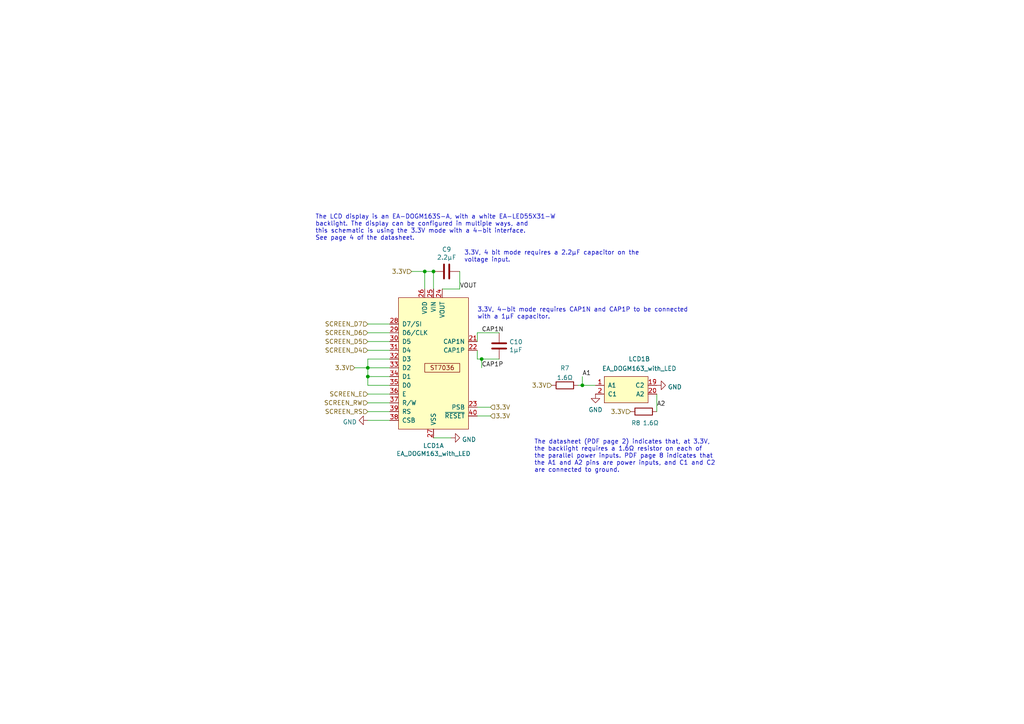
<source format=kicad_sch>
(kicad_sch (version 20210621) (generator eeschema)
  (paper "A4")
  (title_block (title "Wederian") (date "2021-10-24") (rev "0.2.0") (comment 1 "Mark Raynsford") (comment 2 "https://www.github.com/io7m/wederian"))
  (lib_symbols
    (symbol "Device:C" (pin_numbers hide) (pin_names (offset 0.254))
      (property "Reference" "C" (at 0.635 2.54 0))
      (property "Value" "C" (at 0.635 -2.54 0))
      (symbol "C_0_1"
        (polyline (pts (xy -2.032 -0.762) (xy 2.032 -0.762)) (stroke (width 0.508)))
        (polyline (pts (xy -2.032 0.762) (xy 2.032 0.762)) (stroke (width 0.508)))
      )
      (symbol "C_1_1"
        (pin passive line (at 0 3.81 270) (length 2.794) (name "~") (number "1"))
        (pin passive line (at 0 -3.81 90) (length 2.794) (name "~") (number "2"))
      )
    )
    (symbol "Device:R" (pin_numbers hide) (pin_names (offset 0))
      (property "Reference" "R" (at 2.032 0 90))
      (property "Value" "R" (at 0 0 90))
      (symbol "R_0_1"
        (rectangle (start -1.016 -2.54) (end 1.016 2.54) (stroke (width 0.254)))
      )
      (symbol "R_1_1"
        (pin passive line (at 0 3.81 270) (length 1.27) (name "~") (number "1"))
        (pin passive line (at 0 -3.81 90) (length 1.27) (name "~") (number "2"))
      )
    )
    (symbol "EA_Display:EA_DOGM163_with_LED" (pin_names (offset 1.016))
      (property "Reference" "LCD" (at -10.16 -19.05 0))
      (property "Value" "EA_DOGM163_with_LED" (at -10.16 -21.59 0))
      (symbol "EA_DOGM163_with_LED_1_0"
        (rectangle (start -2.54 1.27) (end 7.62 -1.27))
        (text "ST7036" (at 2.54 0 0) (effects (font (size 1.27 1.27))))
        (pin passive line (at 12.7 7.62 180) (length 2.54) (name "CAP1N") (number "21"))
        (pin passive line (at 12.7 5.08 180) (length 2.54) (name "CAP1P") (number "22"))
        (pin input line (at 12.7 -11.43 180) (length 2.54) (name "PSB") (number "23"))
        (pin power_in line (at 2.54 22.86 270) (length 2.54) (name "VOUT") (number "24"))
        (pin power_in line (at 0 22.86 270) (length 2.54) (name "VIN") (number "25"))
        (pin power_in line (at -2.54 22.86 270) (length 2.54) (name "VDD") (number "26"))
        (pin power_in line (at 0 -20.32 90) (length 2.54) (name "VSS") (number "27"))
        (pin bidirectional line (at -12.7 12.7 0) (length 2.54) (name "D7/SI") (number "28"))
        (pin bidirectional line (at -12.7 10.16 0) (length 2.54) (name "D6/CLK") (number "29"))
        (pin bidirectional line (at -12.7 7.62 0) (length 2.54) (name "D5") (number "30"))
        (pin bidirectional line (at -12.7 5.08 0) (length 2.54) (name "D4") (number "31"))
        (pin bidirectional line (at -12.7 2.54 0) (length 2.54) (name "D3") (number "32"))
        (pin bidirectional line (at -12.7 0 0) (length 2.54) (name "D2") (number "33"))
        (pin bidirectional line (at -12.7 -2.54 0) (length 2.54) (name "D1") (number "34"))
        (pin bidirectional line (at -12.7 -5.08 0) (length 2.54) (name "D0") (number "35"))
        (pin input line (at -12.7 -7.62 0) (length 2.54) (name "E") (number "36"))
        (pin input line (at -12.7 -10.16 0) (length 2.54) (name "R/W") (number "37"))
        (pin input line (at -12.7 -15.24 0) (length 2.54) (name "CSB") (number "38"))
        (pin input line (at -12.7 -12.7 0) (length 2.54) (name "RS") (number "39"))
        (pin input line (at 12.7 -13.97 180) (length 2.54) (name "~{RESET}") (number "40"))
      )
      (symbol "EA_DOGM163_with_LED_1_1"
        (rectangle (start -10.16 20.32) (end 10.16 -17.78) (fill (type background)))
      )
      (symbol "EA_DOGM163_with_LED_2_0"
        (pin passive line (at -8.89 1.27 0) (length 2.54) (name "A1") (number "1"))
        (pin passive line (at 8.89 1.27 180) (length 2.54) (name "C2") (number "19"))
        (pin passive line (at -8.89 -1.27 0) (length 2.54) (name "C1") (number "2"))
        (pin passive line (at 8.89 -1.27 180) (length 2.54) (name "A2") (number "20"))
      )
      (symbol "EA_DOGM163_with_LED_2_1"
        (rectangle (start -6.35 3.81) (end 6.35 -3.81) (fill (type background)))
      )
    )
    (symbol "power:GND" (power) (pin_names (offset 0))
      (property "Value" "GND" (at 0 -3.81 0))
      (symbol "GND_0_1"
        (polyline (pts (xy 0 0) (xy 0 -1.27) (xy 1.27 -1.27) (xy 0 -2.54) (xy -1.27 -1.27) (xy 0 -1.27)))
      )
      (symbol "GND_1_1"
        (pin power_in line (at 0 0 270) (length 0) hide (name "GND") (number "1"))
      )
    )
  )
  (junction (at 106.68 106.68))
  (junction (at 106.68 109.22))
  (junction (at 123.19 78.74))
  (junction (at 125.73 78.74))
  (junction (at 139.7 104.14))
  (junction (at 168.91 111.76))
  (wire (pts (xy 102.87 106.68) (xy 106.68 106.68)))
  (wire (pts (xy 106.68 93.98) (xy 113.03 93.98)))
  (wire (pts (xy 106.68 96.52) (xy 113.03 96.52)))
  (wire (pts (xy 106.68 99.06) (xy 113.03 99.06)))
  (wire (pts (xy 106.68 101.6) (xy 113.03 101.6)))
  (wire (pts (xy 106.68 104.14) (xy 113.03 104.14)))
  (wire (pts (xy 106.68 106.68) (xy 106.68 104.14)))
  (wire (pts (xy 106.68 109.22) (xy 106.68 106.68)))
  (wire (pts (xy 106.68 111.76) (xy 106.68 109.22)))
  (wire (pts (xy 106.68 114.3) (xy 113.03 114.3)))
  (wire (pts (xy 106.68 116.84) (xy 113.03 116.84)))
  (wire (pts (xy 106.68 119.38) (xy 113.03 119.38)))
  (wire (pts (xy 106.68 121.92) (xy 113.03 121.92)))
  (wire (pts (xy 113.03 106.68) (xy 106.68 106.68)))
  (wire (pts (xy 113.03 109.22) (xy 106.68 109.22)))
  (wire (pts (xy 113.03 111.76) (xy 106.68 111.76)))
  (wire (pts (xy 119.38 78.74) (xy 123.19 78.74)))
  (wire (pts (xy 123.19 78.74) (xy 123.19 83.82)))
  (wire (pts (xy 123.19 78.74) (xy 125.73 78.74)))
  (wire (pts (xy 125.73 78.74) (xy 125.73 83.82)))
  (wire (pts (xy 125.73 127) (xy 130.81 127)))
  (wire (pts (xy 133.35 78.74) (xy 133.35 83.82)))
  (wire (pts (xy 133.35 83.82) (xy 128.27 83.82)))
  (wire (pts (xy 138.43 96.52) (xy 144.78 96.52)))
  (wire (pts (xy 138.43 99.06) (xy 138.43 96.52)))
  (wire (pts (xy 138.43 104.14) (xy 138.43 101.6)))
  (wire (pts (xy 138.43 118.11) (xy 142.24 118.11)))
  (wire (pts (xy 138.43 120.65) (xy 142.24 120.65)))
  (wire (pts (xy 139.7 104.14) (xy 138.43 104.14)))
  (wire (pts (xy 139.7 104.14) (xy 139.7 106.68)))
  (wire (pts (xy 144.78 104.14) (xy 139.7 104.14)))
  (wire (pts (xy 167.64 111.76) (xy 168.91 111.76)))
  (wire (pts (xy 168.91 109.22) (xy 168.91 111.76)))
  (wire (pts (xy 168.91 111.76) (xy 172.72 111.76)))
  (wire (pts (xy 190.5 114.3) (xy 190.5 119.38)))
  (text "The LCD display is an EA-DOGM163S-A, with a white EA-LED55X31-W\nbacklight. The display can be configured in multiple ways, and\nthis schematic is using the 3.3V mode with a 4-bit interface.\nSee page 4 of the datasheet." (at 91.44 69.85 0) (effects (font (size 1.27 1.27)) (justify left bottom)))
  (text "3.3V, 4 bit mode requires a 2.2μF capacitor on the\nvoltage input." (at 134.62 76.2 0) (effects (font (size 1.27 1.27)) (justify left bottom)))
  (text "3.3V, 4-bit mode requires CAP1N and CAP1P to be connected\nwith a 1μF capacitor." (at 138.43 92.71 0) (effects (font (size 1.27 1.27)) (justify left bottom)))
  (text "The datasheet (PDF page 2) indicates that, at 3.3V, \nthe backlight requires a 1.6Ω resistor on each of \nthe parallel power inputs. PDF page 8 indicates that\nthe A1 and A2 pins are power inputs, and C1 and C2\nare connected to ground." (at 154.94 137.16 0) (effects (font (size 1.27 1.27)) (justify left bottom)))
  (label "VOUT" (at 133.35 83.82 0))
  (label "CAP1N" (at 139.7 96.52 0))
  (label "CAP1P" (at 139.7 106.68 0))
  (label "A1" (at 168.91 109.22 0))
  (label "A2" (at 190.5 118.11 0))
  (hierarchical_label "3.3V" (shape input) (at 102.87 106.68 180))
  (hierarchical_label "SCREEN_D7" (shape input) (at 106.68 93.98 180))
  (hierarchical_label "SCREEN_D6" (shape input) (at 106.68 96.52 180))
  (hierarchical_label "SCREEN_D5" (shape input) (at 106.68 99.06 180))
  (hierarchical_label "SCREEN_D4" (shape input) (at 106.68 101.6 180))
  (hierarchical_label "SCREEN_E" (shape input) (at 106.68 114.3 180))
  (hierarchical_label "SCREEN_RW" (shape input) (at 106.68 116.84 180))
  (hierarchical_label "SCREEN_RS" (shape input) (at 106.68 119.38 180))
  (hierarchical_label "3.3V" (shape input) (at 119.38 78.74 180))
  (hierarchical_label "3.3V" (shape input) (at 142.24 118.11 0))
  (hierarchical_label "3.3V" (shape input) (at 142.24 120.65 0))
  (hierarchical_label "3.3V" (shape input) (at 160.02 111.76 180))
  (hierarchical_label "3.3V" (shape input) (at 182.88 119.38 180))
  (symbol (lib_id "power:GND") (at 106.68 121.92 270) (unit 1)
    (property "Reference" "#PWR0114" (effects hide))
    (property "Value" "GND" (at 103.505 122.399 90) (effects (justify right)))
  )
  (symbol (lib_id "power:GND") (at 130.81 127 90) (unit 1)
    (property "Reference" "#PWR0115" (effects hide))
    (property "Value" "GND" (at 133.985 127.479 90) (effects (justify right)))
  )
  (symbol (lib_id "power:GND") (at 172.72 114.3 0) (unit 1)
    (property "Reference" "#PWR0112" (effects hide))
    (property "Value" "GND" (at 172.72 118.8624 0))
  )
  (symbol (lib_id "power:GND") (at 190.5 111.76 90) (unit 1)
    (property "Reference" "#PWR0113" (effects hide))
    (property "Value" "GND" (at 193.675 112.239 90) (effects (justify right)))
  )
  (symbol (lib_id "Device:R") (at 163.83 111.76 90) (unit 1)
    (property "Reference" "R7" (at 163.83 106.7775 90))
    (property "Value" "1.6Ω" (at 163.83 109.5526 90))
    (property "Footprint" "Resistor_SMD:R_0603_1608Metric" (effects hide))
  )
  (symbol (lib_id "Device:R") (at 186.69 119.38 90) (unit 1)
    (property "Reference" "R8" (at 185.7815 122.682 90) (effects (justify left)))
    (property "Value" "1.6Ω" (at 191.0966 122.682 90) (effects (justify left)))
    (property "Footprint" "Resistor_SMD:R_0603_1608Metric" (effects hide))
  )
  (symbol (lib_id "Device:C") (at 129.54 78.74 90) (unit 1)
    (property "Reference" "C9" (at 129.54 72.3392 90))
    (property "Value" "2.2μF" (at 129.54 74.6506 90))
    (property "Footprint" "Capacitor_SMD:C_0603_1608Metric" (effects hide))
  )
  (symbol (lib_id "Device:C") (at 144.78 100.33 0) (unit 1)
    (property "Reference" "C10" (at 147.701 99.1616 0) (effects (justify left)))
    (property "Value" "1μF" (at 147.701 101.473 0) (effects (justify left)))
    (property "Footprint" "Capacitor_SMD:C_0603_1608Metric" (effects hide))
  )
  (symbol (lib_id "EA_Display:EA_DOGM163_with_LED") (at 181.61 113.03 0) (unit 2)
    (property "Reference" "LCD1" (at 185.42 104.1105 0))
    (property "Value" "EA_DOGM163_with_LED" (at 185.42 106.8856 0))
    (property "Footprint" "EA_Display:DOGM163_with_LED" (effects hide))
    (property "Datasheet" "https://www.lcd-module.com/fileadmin/eng/pdf/doma/dog-me.pdf" (effects hide))
  )
  (symbol (lib_id "EA_Display:EA_DOGM163_with_LED") (at 125.73 106.68 0) (unit 1)
    (property "Reference" "LCD1" (at 125.73 129.2606 0))
    (property "Value" "EA_DOGM163_with_LED" (at 125.73 131.572 0))
    (property "Footprint" "EA_Display:DOGM163_with_LED" (effects hide))
    (property "Datasheet" "https://www.lcd-module.com/fileadmin/eng/pdf/doma/dog-me.pdf" (effects hide))
  )
)
</source>
